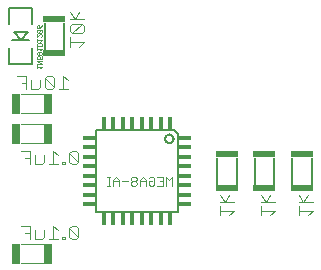
<source format=gbo>
G75*
G70*
%OFA0B0*%
%FSLAX24Y24*%
%IPPOS*%
%LPD*%
%AMOC8*
5,1,8,0,0,1.08239X$1,22.5*
%
%ADD10C,0.0060*%
%ADD11C,0.0030*%
%ADD12R,0.0390X0.0180*%
%ADD13R,0.0180X0.0390*%
%ADD14R,0.0720X0.0230*%
%ADD15C,0.0040*%
%ADD16R,0.0295X0.0669*%
%ADD17C,0.0080*%
%ADD18C,0.0010*%
D10*
X007603Y002470D02*
X010362Y002470D01*
X010362Y005090D01*
X010223Y005230D01*
X007603Y005230D01*
X007603Y002470D01*
X011653Y003400D02*
X011653Y004300D01*
X012313Y004300D02*
X012313Y003400D01*
X012903Y003400D02*
X012903Y004300D01*
X013563Y004300D02*
X013563Y003400D01*
X014153Y003400D02*
X014153Y004300D01*
X014813Y004300D02*
X014813Y003400D01*
X009922Y004930D02*
X009924Y004953D01*
X009930Y004976D01*
X009939Y004997D01*
X009952Y005017D01*
X009968Y005034D01*
X009986Y005048D01*
X010006Y005059D01*
X010028Y005067D01*
X010051Y005071D01*
X010075Y005071D01*
X010098Y005067D01*
X010120Y005059D01*
X010140Y005048D01*
X010158Y005034D01*
X010174Y005017D01*
X010187Y004997D01*
X010196Y004976D01*
X010202Y004953D01*
X010204Y004930D01*
X010202Y004907D01*
X010196Y004884D01*
X010187Y004863D01*
X010174Y004843D01*
X010158Y004826D01*
X010140Y004812D01*
X010120Y004801D01*
X010098Y004793D01*
X010075Y004789D01*
X010051Y004789D01*
X010028Y004793D01*
X010006Y004801D01*
X009986Y004812D01*
X009968Y004826D01*
X009952Y004843D01*
X009939Y004863D01*
X009930Y004884D01*
X009924Y004907D01*
X009922Y004930D01*
X006563Y007900D02*
X006563Y008800D01*
X005903Y008800D02*
X005903Y007900D01*
D11*
X007998Y003655D02*
X008095Y003655D01*
X008047Y003655D02*
X008047Y003365D01*
X008095Y003365D02*
X007998Y003365D01*
X008196Y003365D02*
X008196Y003558D01*
X008293Y003655D01*
X008390Y003558D01*
X008390Y003365D01*
X008390Y003510D02*
X008196Y003510D01*
X008491Y003510D02*
X008684Y003510D01*
X008785Y003462D02*
X008785Y003413D01*
X008834Y003365D01*
X008931Y003365D01*
X008979Y003413D01*
X008979Y003462D01*
X008931Y003510D01*
X008834Y003510D01*
X008785Y003462D01*
X008834Y003510D02*
X008785Y003558D01*
X008785Y003607D01*
X008834Y003655D01*
X008931Y003655D01*
X008979Y003607D01*
X008979Y003558D01*
X008931Y003510D01*
X009080Y003510D02*
X009274Y003510D01*
X009274Y003558D02*
X009177Y003655D01*
X009080Y003558D01*
X009080Y003365D01*
X009274Y003365D02*
X009274Y003558D01*
X009375Y003510D02*
X009471Y003510D01*
X009375Y003510D02*
X009375Y003413D01*
X009423Y003365D01*
X009520Y003365D01*
X009568Y003413D01*
X009568Y003607D01*
X009520Y003655D01*
X009423Y003655D01*
X009375Y003607D01*
X009669Y003655D02*
X009863Y003655D01*
X009863Y003365D01*
X009669Y003365D01*
X009766Y003510D02*
X009863Y003510D01*
X009964Y003655D02*
X009964Y003365D01*
X010158Y003365D02*
X010158Y003655D01*
X010061Y003558D01*
X009964Y003655D01*
D12*
X010578Y003693D03*
X010578Y004007D03*
X010578Y004322D03*
X010578Y004637D03*
X010578Y004952D03*
X010578Y003378D03*
X010578Y003063D03*
X010578Y002748D03*
X007388Y002748D03*
X007388Y003063D03*
X007388Y003378D03*
X007388Y003693D03*
X007388Y004007D03*
X007388Y004322D03*
X007388Y004637D03*
X007388Y004952D03*
D13*
X007880Y005445D03*
X008195Y005445D03*
X008510Y005445D03*
X008825Y005445D03*
X009140Y005445D03*
X009455Y005445D03*
X009770Y005445D03*
X010085Y005445D03*
X010085Y002255D03*
X009770Y002255D03*
X009455Y002255D03*
X009140Y002255D03*
X008825Y002255D03*
X008510Y002255D03*
X008195Y002255D03*
X007880Y002255D03*
D14*
X011983Y003295D03*
X013233Y003295D03*
X014483Y003295D03*
X014483Y004405D03*
X013233Y004405D03*
X011983Y004405D03*
X006233Y007795D03*
X006233Y008905D03*
D15*
X006753Y008916D02*
X007213Y008916D01*
X007136Y008762D02*
X006829Y008455D01*
X006753Y008532D01*
X006753Y008686D01*
X006829Y008762D01*
X007136Y008762D01*
X007213Y008686D01*
X007213Y008532D01*
X007136Y008455D01*
X006829Y008455D01*
X006753Y008302D02*
X006753Y007995D01*
X007059Y007995D02*
X007213Y008148D01*
X006753Y008148D01*
X006906Y008916D02*
X007059Y009146D01*
X006906Y008916D02*
X006753Y009146D01*
X006526Y007030D02*
X006526Y006570D01*
X006679Y006570D02*
X006372Y006570D01*
X006219Y006647D02*
X005912Y006954D01*
X005912Y006647D01*
X005989Y006570D01*
X006142Y006570D01*
X006219Y006647D01*
X006219Y006954D01*
X006142Y007030D01*
X005989Y007030D01*
X005912Y006954D01*
X005758Y006877D02*
X005758Y006647D01*
X005682Y006570D01*
X005451Y006570D01*
X005451Y006877D01*
X005298Y006800D02*
X005144Y006800D01*
X005298Y006570D02*
X005298Y007030D01*
X004991Y007030D01*
X005103Y006410D02*
X005862Y006410D01*
X006526Y007030D02*
X006679Y006877D01*
X005862Y005790D02*
X005103Y005790D01*
X005103Y005410D02*
X005862Y005410D01*
X005862Y004790D02*
X005103Y004790D01*
X005116Y004530D02*
X005423Y004530D01*
X005423Y004070D01*
X005576Y004070D02*
X005576Y004377D01*
X005423Y004300D02*
X005269Y004300D01*
X005576Y004070D02*
X005807Y004070D01*
X005883Y004147D01*
X005883Y004377D01*
X006190Y004530D02*
X006190Y004070D01*
X006037Y004070D02*
X006344Y004070D01*
X006497Y004070D02*
X006574Y004070D01*
X006574Y004147D01*
X006497Y004147D01*
X006497Y004070D01*
X006727Y004147D02*
X006804Y004070D01*
X006958Y004070D01*
X007034Y004147D01*
X006727Y004454D01*
X006727Y004147D01*
X007034Y004147D02*
X007034Y004454D01*
X006958Y004530D01*
X006804Y004530D01*
X006727Y004454D01*
X006344Y004377D02*
X006190Y004530D01*
X006190Y002030D02*
X006190Y001570D01*
X006037Y001570D02*
X006344Y001570D01*
X006497Y001570D02*
X006574Y001570D01*
X006574Y001647D01*
X006497Y001647D01*
X006497Y001570D01*
X006727Y001647D02*
X006804Y001570D01*
X006958Y001570D01*
X007034Y001647D01*
X006727Y001954D01*
X006727Y001647D01*
X007034Y001647D02*
X007034Y001954D01*
X006958Y002030D01*
X006804Y002030D01*
X006727Y001954D01*
X006344Y001877D02*
X006190Y002030D01*
X005883Y001877D02*
X005883Y001647D01*
X005807Y001570D01*
X005576Y001570D01*
X005576Y001877D01*
X005423Y001800D02*
X005269Y001800D01*
X005423Y002030D02*
X005116Y002030D01*
X005423Y002030D02*
X005423Y001570D01*
X005103Y001410D02*
X005862Y001410D01*
X005862Y000790D02*
X005103Y000790D01*
X011753Y002370D02*
X011753Y002677D01*
X011753Y002523D02*
X012213Y002523D01*
X012059Y002370D01*
X011906Y002830D02*
X012059Y003061D01*
X011906Y002830D02*
X011753Y003061D01*
X011753Y002830D02*
X012213Y002830D01*
X013128Y002830D02*
X013588Y002830D01*
X013434Y003061D02*
X013281Y002830D01*
X013128Y003061D01*
X013128Y002677D02*
X013128Y002370D01*
X013128Y002523D02*
X013588Y002523D01*
X013434Y002370D01*
X014378Y002370D02*
X014378Y002677D01*
X014378Y002523D02*
X014838Y002523D01*
X014684Y002370D01*
X014531Y002830D02*
X014684Y003061D01*
X014531Y002830D02*
X014378Y003061D01*
X014378Y002830D02*
X014838Y002830D01*
D16*
X004960Y001100D03*
X006005Y001100D03*
X006005Y005100D03*
X004960Y005100D03*
X004960Y006100D03*
X006005Y006100D03*
D17*
X005501Y007405D02*
X004714Y007405D01*
X004714Y007956D01*
X004832Y008232D02*
X005108Y008232D01*
X005344Y008468D01*
X004871Y008468D01*
X005108Y008232D01*
X005383Y008232D01*
X005501Y007956D02*
X005501Y007405D01*
X005501Y008744D02*
X005501Y009295D01*
X004714Y009295D01*
X004714Y008744D01*
D18*
X005653Y008683D02*
X005678Y008708D01*
X005703Y008708D01*
X005728Y008683D01*
X005728Y008608D01*
X005678Y008608D01*
X005653Y008633D01*
X005653Y008683D01*
X005728Y008608D02*
X005778Y008658D01*
X005803Y008708D01*
X005778Y008560D02*
X005678Y008460D01*
X005653Y008485D01*
X005653Y008535D01*
X005678Y008560D01*
X005778Y008560D01*
X005803Y008535D01*
X005803Y008485D01*
X005778Y008460D01*
X005678Y008460D01*
X005653Y008413D02*
X005653Y008313D01*
X005753Y008413D01*
X005778Y008413D01*
X005803Y008388D01*
X005803Y008338D01*
X005778Y008313D01*
X005803Y008216D02*
X005653Y008216D01*
X005653Y008166D02*
X005653Y008266D01*
X005753Y008166D02*
X005803Y008216D01*
X005778Y008118D02*
X005803Y008093D01*
X005803Y008018D01*
X005653Y008018D01*
X005653Y008093D01*
X005678Y008118D01*
X005778Y008118D01*
X005653Y007971D02*
X005653Y007871D01*
X005653Y007921D02*
X005803Y007921D01*
X005753Y007871D01*
X005753Y007824D02*
X005728Y007799D01*
X005728Y007749D01*
X005753Y007724D01*
X005778Y007724D01*
X005803Y007749D01*
X005803Y007799D01*
X005778Y007824D01*
X005753Y007824D01*
X005728Y007799D02*
X005703Y007824D01*
X005678Y007824D01*
X005653Y007799D01*
X005653Y007749D01*
X005678Y007724D01*
X005703Y007724D01*
X005728Y007749D01*
X005728Y007676D02*
X005678Y007676D01*
X005653Y007651D01*
X005653Y007601D01*
X005678Y007576D01*
X005728Y007576D02*
X005753Y007626D01*
X005753Y007651D01*
X005728Y007676D01*
X005803Y007676D02*
X005803Y007576D01*
X005728Y007576D01*
X005653Y007529D02*
X005803Y007529D01*
X005803Y007429D02*
X005653Y007429D01*
X005653Y007382D02*
X005653Y007282D01*
X005653Y007332D02*
X005803Y007332D01*
X005753Y007282D01*
X005803Y007429D02*
X005653Y007529D01*
M02*

</source>
